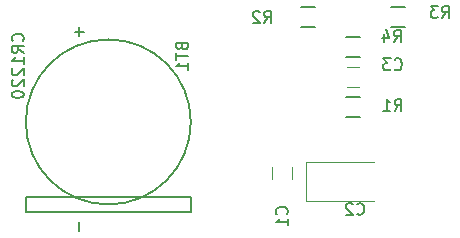
<source format=gbo>
G04 #@! TF.FileFunction,Legend,Bot*
%FSLAX46Y46*%
G04 Gerber Fmt 4.6, Leading zero omitted, Abs format (unit mm)*
G04 Created by KiCad (PCBNEW 4.0.5-e0-6337~49~ubuntu14.04.1) date Sun Mar 12 14:50:38 2017*
%MOMM*%
%LPD*%
G01*
G04 APERTURE LIST*
%ADD10C,0.100000*%
%ADD11C,0.120000*%
%ADD12C,0.150000*%
G04 APERTURE END LIST*
D10*
D11*
X158076000Y-120658000D02*
X158076000Y-121658000D01*
X156376000Y-121658000D02*
X156376000Y-120658000D01*
X163695000Y-113880000D02*
X162695000Y-113880000D01*
X162695000Y-112180000D02*
X163695000Y-112180000D01*
D12*
X162595000Y-116445000D02*
X163795000Y-116445000D01*
X163795000Y-114695000D02*
X162595000Y-114695000D01*
X158785000Y-108825000D02*
X159985000Y-108825000D01*
X159985000Y-107075000D02*
X158785000Y-107075000D01*
X167605000Y-107075000D02*
X166405000Y-107075000D01*
X166405000Y-108825000D02*
X167605000Y-108825000D01*
X163795000Y-109615000D02*
X162595000Y-109615000D01*
X162595000Y-111365000D02*
X163795000Y-111365000D01*
X149479000Y-124460000D02*
X135509000Y-124460000D01*
X135509000Y-124460000D02*
X135509000Y-123190000D01*
X135509000Y-123190000D02*
X149479000Y-123190000D01*
X149479000Y-123190000D02*
X149479000Y-124460000D01*
X149479000Y-116840000D02*
G75*
G03X149479000Y-116840000I-6985000J0D01*
G01*
D11*
X159208500Y-123506500D02*
X165008500Y-123506500D01*
X159208500Y-120206500D02*
X165008500Y-120206500D01*
X159208500Y-123506500D02*
X159208500Y-120206500D01*
D12*
X157583143Y-124648934D02*
X157630762Y-124601315D01*
X157678381Y-124458458D01*
X157678381Y-124363220D01*
X157630762Y-124220362D01*
X157535524Y-124125124D01*
X157440286Y-124077505D01*
X157249810Y-124029886D01*
X157106952Y-124029886D01*
X156916476Y-124077505D01*
X156821238Y-124125124D01*
X156726000Y-124220362D01*
X156678381Y-124363220D01*
X156678381Y-124458458D01*
X156726000Y-124601315D01*
X156773619Y-124648934D01*
X157678381Y-125601315D02*
X157678381Y-125029886D01*
X157678381Y-125315600D02*
X156678381Y-125315600D01*
X156821238Y-125220362D01*
X156916476Y-125125124D01*
X156964095Y-125029886D01*
X166727166Y-112371143D02*
X166774785Y-112418762D01*
X166917642Y-112466381D01*
X167012880Y-112466381D01*
X167155738Y-112418762D01*
X167250976Y-112323524D01*
X167298595Y-112228286D01*
X167346214Y-112037810D01*
X167346214Y-111894952D01*
X167298595Y-111704476D01*
X167250976Y-111609238D01*
X167155738Y-111514000D01*
X167012880Y-111466381D01*
X166917642Y-111466381D01*
X166774785Y-111514000D01*
X166727166Y-111561619D01*
X166393833Y-111466381D02*
X165774785Y-111466381D01*
X166108119Y-111847333D01*
X165965261Y-111847333D01*
X165870023Y-111894952D01*
X165822404Y-111942571D01*
X165774785Y-112037810D01*
X165774785Y-112275905D01*
X165822404Y-112371143D01*
X165870023Y-112418762D01*
X165965261Y-112466381D01*
X166250976Y-112466381D01*
X166346214Y-112418762D01*
X166393833Y-112371143D01*
X166727166Y-115895381D02*
X167060500Y-115419190D01*
X167298595Y-115895381D02*
X167298595Y-114895381D01*
X166917642Y-114895381D01*
X166822404Y-114943000D01*
X166774785Y-114990619D01*
X166727166Y-115085857D01*
X166727166Y-115228714D01*
X166774785Y-115323952D01*
X166822404Y-115371571D01*
X166917642Y-115419190D01*
X167298595Y-115419190D01*
X165774785Y-115895381D02*
X166346214Y-115895381D01*
X166060500Y-115895381D02*
X166060500Y-114895381D01*
X166155738Y-115038238D01*
X166250976Y-115133476D01*
X166346214Y-115181095D01*
X155678166Y-108465881D02*
X156011500Y-107989690D01*
X156249595Y-108465881D02*
X156249595Y-107465881D01*
X155868642Y-107465881D01*
X155773404Y-107513500D01*
X155725785Y-107561119D01*
X155678166Y-107656357D01*
X155678166Y-107799214D01*
X155725785Y-107894452D01*
X155773404Y-107942071D01*
X155868642Y-107989690D01*
X156249595Y-107989690D01*
X155297214Y-107561119D02*
X155249595Y-107513500D01*
X155154357Y-107465881D01*
X154916261Y-107465881D01*
X154821023Y-107513500D01*
X154773404Y-107561119D01*
X154725785Y-107656357D01*
X154725785Y-107751595D01*
X154773404Y-107894452D01*
X155344833Y-108465881D01*
X154725785Y-108465881D01*
X170727666Y-108021381D02*
X171061000Y-107545190D01*
X171299095Y-108021381D02*
X171299095Y-107021381D01*
X170918142Y-107021381D01*
X170822904Y-107069000D01*
X170775285Y-107116619D01*
X170727666Y-107211857D01*
X170727666Y-107354714D01*
X170775285Y-107449952D01*
X170822904Y-107497571D01*
X170918142Y-107545190D01*
X171299095Y-107545190D01*
X170394333Y-107021381D02*
X169775285Y-107021381D01*
X170108619Y-107402333D01*
X169965761Y-107402333D01*
X169870523Y-107449952D01*
X169822904Y-107497571D01*
X169775285Y-107592810D01*
X169775285Y-107830905D01*
X169822904Y-107926143D01*
X169870523Y-107973762D01*
X169965761Y-108021381D01*
X170251476Y-108021381D01*
X170346714Y-107973762D01*
X170394333Y-107926143D01*
X166663666Y-110053381D02*
X166997000Y-109577190D01*
X167235095Y-110053381D02*
X167235095Y-109053381D01*
X166854142Y-109053381D01*
X166758904Y-109101000D01*
X166711285Y-109148619D01*
X166663666Y-109243857D01*
X166663666Y-109386714D01*
X166711285Y-109481952D01*
X166758904Y-109529571D01*
X166854142Y-109577190D01*
X167235095Y-109577190D01*
X165806523Y-109386714D02*
X165806523Y-110053381D01*
X166044619Y-109005762D02*
X166282714Y-109720048D01*
X165663666Y-109720048D01*
X148709071Y-110466286D02*
X148756690Y-110609143D01*
X148804310Y-110656762D01*
X148899548Y-110704381D01*
X149042405Y-110704381D01*
X149137643Y-110656762D01*
X149185262Y-110609143D01*
X149232881Y-110513905D01*
X149232881Y-110132952D01*
X148232881Y-110132952D01*
X148232881Y-110466286D01*
X148280500Y-110561524D01*
X148328119Y-110609143D01*
X148423357Y-110656762D01*
X148518595Y-110656762D01*
X148613833Y-110609143D01*
X148661452Y-110561524D01*
X148709071Y-110466286D01*
X148709071Y-110132952D01*
X148232881Y-110990095D02*
X148232881Y-111561524D01*
X149232881Y-111275809D02*
X148232881Y-111275809D01*
X149232881Y-112418667D02*
X149232881Y-111847238D01*
X149232881Y-112132952D02*
X148232881Y-112132952D01*
X148375738Y-112037714D01*
X148470976Y-111942476D01*
X148518595Y-111847238D01*
X135231143Y-109982262D02*
X135278762Y-109934643D01*
X135326381Y-109791786D01*
X135326381Y-109696548D01*
X135278762Y-109553690D01*
X135183524Y-109458452D01*
X135088286Y-109410833D01*
X134897810Y-109363214D01*
X134754952Y-109363214D01*
X134564476Y-109410833D01*
X134469238Y-109458452D01*
X134374000Y-109553690D01*
X134326381Y-109696548D01*
X134326381Y-109791786D01*
X134374000Y-109934643D01*
X134421619Y-109982262D01*
X135326381Y-110982262D02*
X134850190Y-110648928D01*
X135326381Y-110410833D02*
X134326381Y-110410833D01*
X134326381Y-110791786D01*
X134374000Y-110887024D01*
X134421619Y-110934643D01*
X134516857Y-110982262D01*
X134659714Y-110982262D01*
X134754952Y-110934643D01*
X134802571Y-110887024D01*
X134850190Y-110791786D01*
X134850190Y-110410833D01*
X135326381Y-111934643D02*
X135326381Y-111363214D01*
X135326381Y-111648928D02*
X134326381Y-111648928D01*
X134469238Y-111553690D01*
X134564476Y-111458452D01*
X134612095Y-111363214D01*
X134421619Y-112315595D02*
X134374000Y-112363214D01*
X134326381Y-112458452D01*
X134326381Y-112696548D01*
X134374000Y-112791786D01*
X134421619Y-112839405D01*
X134516857Y-112887024D01*
X134612095Y-112887024D01*
X134754952Y-112839405D01*
X135326381Y-112267976D01*
X135326381Y-112887024D01*
X134421619Y-113267976D02*
X134374000Y-113315595D01*
X134326381Y-113410833D01*
X134326381Y-113648929D01*
X134374000Y-113744167D01*
X134421619Y-113791786D01*
X134516857Y-113839405D01*
X134612095Y-113839405D01*
X134754952Y-113791786D01*
X135326381Y-113220357D01*
X135326381Y-113839405D01*
X134326381Y-114458452D02*
X134326381Y-114553691D01*
X134374000Y-114648929D01*
X134421619Y-114696548D01*
X134516857Y-114744167D01*
X134707333Y-114791786D01*
X134945429Y-114791786D01*
X135135905Y-114744167D01*
X135231143Y-114696548D01*
X135278762Y-114648929D01*
X135326381Y-114553691D01*
X135326381Y-114458452D01*
X135278762Y-114363214D01*
X135231143Y-114315595D01*
X135135905Y-114267976D01*
X134945429Y-114220357D01*
X134707333Y-114220357D01*
X134516857Y-114267976D01*
X134421619Y-114315595D01*
X134374000Y-114363214D01*
X134326381Y-114458452D01*
X140025429Y-125349048D02*
X140025429Y-126110953D01*
X140025429Y-108839048D02*
X140025429Y-109600953D01*
X140406381Y-109220001D02*
X139644476Y-109220001D01*
X163552166Y-124626643D02*
X163599785Y-124674262D01*
X163742642Y-124721881D01*
X163837880Y-124721881D01*
X163980738Y-124674262D01*
X164075976Y-124579024D01*
X164123595Y-124483786D01*
X164171214Y-124293310D01*
X164171214Y-124150452D01*
X164123595Y-123959976D01*
X164075976Y-123864738D01*
X163980738Y-123769500D01*
X163837880Y-123721881D01*
X163742642Y-123721881D01*
X163599785Y-123769500D01*
X163552166Y-123817119D01*
X163171214Y-123817119D02*
X163123595Y-123769500D01*
X163028357Y-123721881D01*
X162790261Y-123721881D01*
X162695023Y-123769500D01*
X162647404Y-123817119D01*
X162599785Y-123912357D01*
X162599785Y-124007595D01*
X162647404Y-124150452D01*
X163218833Y-124721881D01*
X162599785Y-124721881D01*
M02*

</source>
